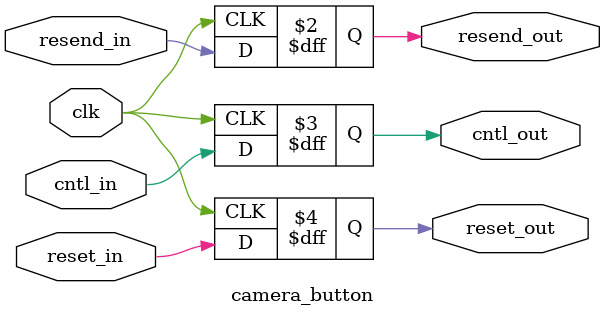
<source format=v>
`timescale 1ns / 1ps


module camera_button(
        input wire clk,
        input wire resend_in,
        input wire reset_in,
        input wire cntl_in,

        output reg resend_out,
        output reg cntl_out,
        output reg reset_out

    );



    always @(posedge clk)begin
        resend_out <= resend_in;
        reset_out <= reset_in;
        cntl_out <= cntl_in;
    end
endmodule

</source>
